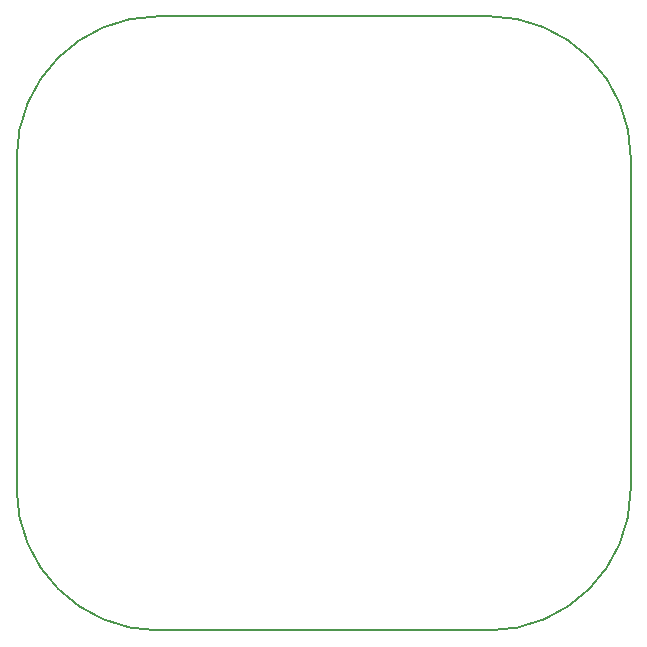
<source format=gbr>
%TF.GenerationSoftware,KiCad,Pcbnew,(5.1.10)-1*%
%TF.CreationDate,2021-11-16T11:27:34+01:00*%
%TF.ProjectId,VolumeKnob,566f6c75-6d65-44b6-9e6f-622e6b696361,rev?*%
%TF.SameCoordinates,Original*%
%TF.FileFunction,Profile,NP*%
%FSLAX46Y46*%
G04 Gerber Fmt 4.6, Leading zero omitted, Abs format (unit mm)*
G04 Created by KiCad (PCBNEW (5.1.10)-1) date 2021-11-16 11:27:34*
%MOMM*%
%LPD*%
G01*
G04 APERTURE LIST*
%TA.AperFunction,Profile*%
%ADD10C,0.200000*%
%TD*%
G04 APERTURE END LIST*
D10*
X93500000Y-48800000D02*
X65500000Y-48800000D01*
X65500000Y-100800000D02*
X93500000Y-100800000D01*
X53500000Y-60800000D02*
G75*
G02*
X65500000Y-48800000I12000000J0D01*
G01*
X65500000Y-100800000D02*
G75*
G02*
X53500000Y-88800000I0J12000000D01*
G01*
X53500000Y-60800000D02*
X53500000Y-88800000D01*
X93500000Y-48800000D02*
G75*
G02*
X105500000Y-60800000I0J-12000000D01*
G01*
X105500000Y-88800000D02*
G75*
G02*
X93500000Y-100800000I-12000000J0D01*
G01*
X105500000Y-88800000D02*
X105500000Y-60800000D01*
M02*

</source>
